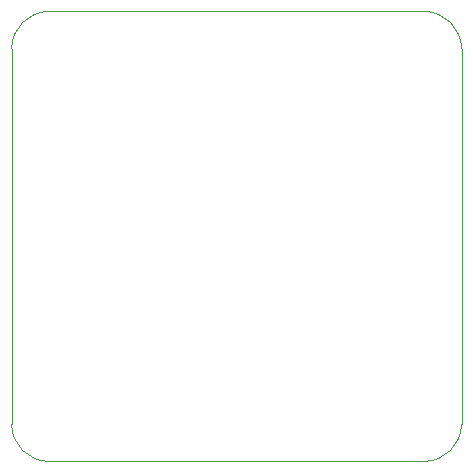
<source format=gbr>
%TF.GenerationSoftware,KiCad,Pcbnew,8.0.0*%
%TF.CreationDate,2024-06-21T14:03:25-04:00*%
%TF.ProjectId,GaN Gate Driver,47614e20-4761-4746-9520-447269766572,v1.0*%
%TF.SameCoordinates,Original*%
%TF.FileFunction,Profile,NP*%
%FSLAX46Y46*%
G04 Gerber Fmt 4.6, Leading zero omitted, Abs format (unit mm)*
G04 Created by KiCad (PCBNEW 8.0.0) date 2024-06-21 14:03:25*
%MOMM*%
%LPD*%
G01*
G04 APERTURE LIST*
%TA.AperFunction,Profile*%
%ADD10C,0.050000*%
%TD*%
G04 APERTURE END LIST*
D10*
X53975000Y-25400000D02*
X85725000Y-25400000D01*
X88900000Y-28575000D02*
X88900000Y-60325000D01*
X85725000Y-63500000D02*
X53975000Y-63500000D01*
X50800000Y-28575000D02*
G75*
G02*
X53975000Y-25400000I3175000J0D01*
G01*
X53975000Y-63500000D02*
G75*
G02*
X50800000Y-60325000I0J3175000D01*
G01*
X85725000Y-25400000D02*
G75*
G02*
X88900000Y-28575000I0J-3175000D01*
G01*
X88900000Y-60325000D02*
G75*
G02*
X85725000Y-63500000I-3175000J0D01*
G01*
X50800000Y-60325000D02*
X50800000Y-28575000D01*
M02*

</source>
